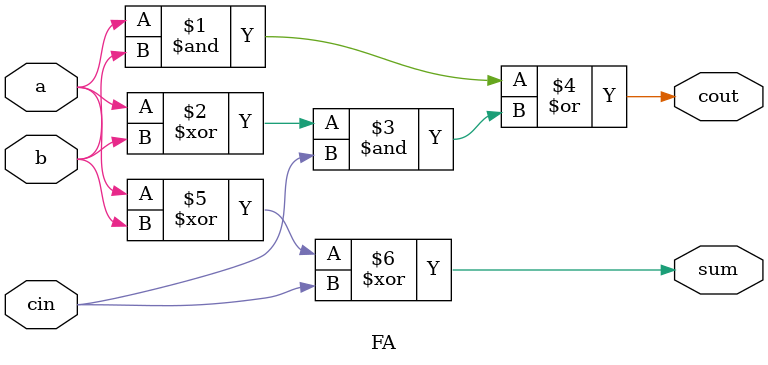
<source format=v>
module top_module (
	input [3:0] x,
	input [3:0] y,
	output [4:0] sum
);

	// This circuit is a 4-bit ripple-carry adder with carry-out.
	assign sum = x+y;	// Verilog addition automatically produces the carry-out bit.

	// Verilog quirk: Even though the value of (x+y) includes the carry-out, (x+y) is still considered to be a 4-bit number (The max width of the two operands).
	// This is correct:
	// assign sum = (x+y);
	// But this is incorrect:
	// assign sum = {x+y};	// Concatenation operator: This discards the carry-out

    // my solution
    wire [3:0] cout;
    FA FA1 (x[0],y[0],1'b0,cout[0],sum[0]);
    FA FA2 (x[1],y[1],cout[0],cout[1],sum[1]);
    FA FA3 (x[2],y[2],cout[1],cout[2],sum[2]);
    FA FA4 (x[3],y[3],cout[2],sum[4],sum[3]);
endmodule

module FA( 
    input a, b, cin,
    output cout, sum );
	
    assign cout = a&b | (a^b) & cin;
    assign sum = a^b^cin;
    
endmodule
</source>
